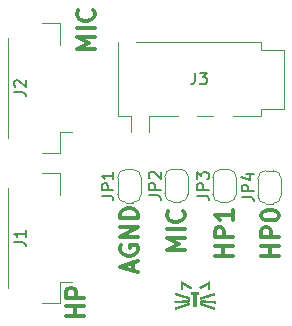
<source format=gbr>
G04 #@! TF.GenerationSoftware,KiCad,Pcbnew,(5.0.0)*
G04 #@! TF.CreationDate,2019-01-08T20:03:17-05:00*
G04 #@! TF.ProjectId,Headphone Breakout,4865616470686F6E6520427265616B6F,rev?*
G04 #@! TF.SameCoordinates,Original*
G04 #@! TF.FileFunction,Legend,Top*
G04 #@! TF.FilePolarity,Positive*
%FSLAX46Y46*%
G04 Gerber Fmt 4.6, Leading zero omitted, Abs format (unit mm)*
G04 Created by KiCad (PCBNEW (5.0.0)) date 01/08/19 20:03:17*
%MOMM*%
%LPD*%
G01*
G04 APERTURE LIST*
%ADD10C,0.300000*%
%ADD11C,0.120000*%
%ADD12C,0.010000*%
%ADD13C,0.150000*%
G04 APERTURE END LIST*
D10*
X125773571Y-104429571D02*
X124273571Y-104429571D01*
X124987857Y-104429571D02*
X124987857Y-103572428D01*
X125773571Y-103572428D02*
X124273571Y-103572428D01*
X125773571Y-102858142D02*
X124273571Y-102858142D01*
X124273571Y-102286714D01*
X124345000Y-102143857D01*
X124416428Y-102072428D01*
X124559285Y-102001000D01*
X124773571Y-102001000D01*
X124916428Y-102072428D01*
X124987857Y-102143857D01*
X125059285Y-102286714D01*
X125059285Y-102858142D01*
X126662571Y-81744142D02*
X125162571Y-81744142D01*
X126234000Y-81244142D01*
X125162571Y-80744142D01*
X126662571Y-80744142D01*
X126662571Y-80029857D02*
X125162571Y-80029857D01*
X126519714Y-78458428D02*
X126591142Y-78529857D01*
X126662571Y-78744142D01*
X126662571Y-78887000D01*
X126591142Y-79101285D01*
X126448285Y-79244142D01*
X126305428Y-79315571D01*
X126019714Y-79387000D01*
X125805428Y-79387000D01*
X125519714Y-79315571D01*
X125376857Y-79244142D01*
X125234000Y-79101285D01*
X125162571Y-78887000D01*
X125162571Y-78744142D01*
X125234000Y-78529857D01*
X125305428Y-78458428D01*
X142283571Y-99301857D02*
X140783571Y-99301857D01*
X141497857Y-99301857D02*
X141497857Y-98444714D01*
X142283571Y-98444714D02*
X140783571Y-98444714D01*
X142283571Y-97730428D02*
X140783571Y-97730428D01*
X140783571Y-97159000D01*
X140855000Y-97016142D01*
X140926428Y-96944714D01*
X141069285Y-96873285D01*
X141283571Y-96873285D01*
X141426428Y-96944714D01*
X141497857Y-97016142D01*
X141569285Y-97159000D01*
X141569285Y-97730428D01*
X140783571Y-95944714D02*
X140783571Y-95801857D01*
X140855000Y-95659000D01*
X140926428Y-95587571D01*
X141069285Y-95516142D01*
X141355000Y-95444714D01*
X141712142Y-95444714D01*
X141997857Y-95516142D01*
X142140714Y-95587571D01*
X142212142Y-95659000D01*
X142283571Y-95801857D01*
X142283571Y-95944714D01*
X142212142Y-96087571D01*
X142140714Y-96159000D01*
X141997857Y-96230428D01*
X141712142Y-96301857D01*
X141355000Y-96301857D01*
X141069285Y-96230428D01*
X140926428Y-96159000D01*
X140855000Y-96087571D01*
X140783571Y-95944714D01*
X138346571Y-99301857D02*
X136846571Y-99301857D01*
X137560857Y-99301857D02*
X137560857Y-98444714D01*
X138346571Y-98444714D02*
X136846571Y-98444714D01*
X138346571Y-97730428D02*
X136846571Y-97730428D01*
X136846571Y-97159000D01*
X136918000Y-97016142D01*
X136989428Y-96944714D01*
X137132285Y-96873285D01*
X137346571Y-96873285D01*
X137489428Y-96944714D01*
X137560857Y-97016142D01*
X137632285Y-97159000D01*
X137632285Y-97730428D01*
X138346571Y-95444714D02*
X138346571Y-96301857D01*
X138346571Y-95873285D02*
X136846571Y-95873285D01*
X137060857Y-96016142D01*
X137203714Y-96159000D01*
X137275142Y-96301857D01*
X134282571Y-98762142D02*
X132782571Y-98762142D01*
X133854000Y-98262142D01*
X132782571Y-97762142D01*
X134282571Y-97762142D01*
X134282571Y-97047857D02*
X132782571Y-97047857D01*
X134139714Y-95476428D02*
X134211142Y-95547857D01*
X134282571Y-95762142D01*
X134282571Y-95905000D01*
X134211142Y-96119285D01*
X134068285Y-96262142D01*
X133925428Y-96333571D01*
X133639714Y-96405000D01*
X133425428Y-96405000D01*
X133139714Y-96333571D01*
X132996857Y-96262142D01*
X132854000Y-96119285D01*
X132782571Y-95905000D01*
X132782571Y-95762142D01*
X132854000Y-95547857D01*
X132925428Y-95476428D01*
X129917000Y-100559857D02*
X129917000Y-99845571D01*
X130345571Y-100702714D02*
X128845571Y-100202714D01*
X130345571Y-99702714D01*
X128917000Y-98417000D02*
X128845571Y-98559857D01*
X128845571Y-98774142D01*
X128917000Y-98988428D01*
X129059857Y-99131285D01*
X129202714Y-99202714D01*
X129488428Y-99274142D01*
X129702714Y-99274142D01*
X129988428Y-99202714D01*
X130131285Y-99131285D01*
X130274142Y-98988428D01*
X130345571Y-98774142D01*
X130345571Y-98631285D01*
X130274142Y-98417000D01*
X130202714Y-98345571D01*
X129702714Y-98345571D01*
X129702714Y-98631285D01*
X130345571Y-97702714D02*
X128845571Y-97702714D01*
X130345571Y-96845571D01*
X128845571Y-96845571D01*
X130345571Y-96131285D02*
X128845571Y-96131285D01*
X128845571Y-95774142D01*
X128917000Y-95559857D01*
X129059857Y-95417000D01*
X129202714Y-95345571D01*
X129488428Y-95274142D01*
X129702714Y-95274142D01*
X129988428Y-95345571D01*
X130131285Y-95417000D01*
X130274142Y-95559857D01*
X130345571Y-95774142D01*
X130345571Y-96131285D01*
D11*
G04 #@! TO.C,J1*
X122180000Y-103275000D02*
X123780000Y-103275000D01*
X123780000Y-103275000D02*
X123780000Y-101475000D01*
X123780000Y-101475000D02*
X124720000Y-101475000D01*
X122180000Y-92305000D02*
X123780000Y-92305000D01*
X123780000Y-92305000D02*
X123780000Y-94105000D01*
X119310000Y-102005000D02*
X119310000Y-93575000D01*
G04 #@! TO.C,J2*
X122180000Y-90575000D02*
X123780000Y-90575000D01*
X123780000Y-90575000D02*
X123780000Y-88775000D01*
X123780000Y-88775000D02*
X124720000Y-88775000D01*
X122180000Y-79605000D02*
X123780000Y-79605000D01*
X123780000Y-79605000D02*
X123780000Y-81405000D01*
X119310000Y-89305000D02*
X119310000Y-80875000D01*
G04 #@! TO.C,J3*
X131316000Y-87428000D02*
X131316000Y-88828000D01*
X129766000Y-87428000D02*
X129766000Y-88828000D01*
X130216000Y-81228000D02*
X140741000Y-81228000D01*
X129766000Y-87428000D02*
X128641000Y-87428000D01*
X133716000Y-87428000D02*
X131316000Y-87428000D01*
X136716000Y-87428000D02*
X135366000Y-87428000D01*
X140741000Y-87428000D02*
X138366000Y-87428000D01*
X128641000Y-81228000D02*
X128641000Y-87428000D01*
X140741000Y-87428000D02*
X140741000Y-86828000D01*
X140741000Y-81828000D02*
X140741000Y-81228000D01*
X142741000Y-86828000D02*
X142741000Y-81828000D01*
X140741000Y-86828000D02*
X142741000Y-86828000D01*
X140741000Y-81828000D02*
X142741000Y-81828000D01*
G04 #@! TO.C,JP1*
X128616200Y-92685400D02*
G75*
G02X129316200Y-91985400I700000J0D01*
G01*
X129916200Y-91985400D02*
G75*
G02X130616200Y-92685400I0J-700000D01*
G01*
X130616200Y-94085400D02*
G75*
G02X129916200Y-94785400I-700000J0D01*
G01*
X129316200Y-94785400D02*
G75*
G02X128616200Y-94085400I0J700000D01*
G01*
X129916200Y-94785400D02*
X129316200Y-94785400D01*
X130616200Y-92685400D02*
X130616200Y-94085400D01*
X129316200Y-91985400D02*
X129916200Y-91985400D01*
X128616200Y-94085400D02*
X128616200Y-92685400D01*
G04 #@! TO.C,JP2*
X132604000Y-94030000D02*
X132604000Y-92630000D01*
X133304000Y-91930000D02*
X133904000Y-91930000D01*
X134604000Y-92630000D02*
X134604000Y-94030000D01*
X133904000Y-94730000D02*
X133304000Y-94730000D01*
X133304000Y-94730000D02*
G75*
G02X132604000Y-94030000I0J700000D01*
G01*
X134604000Y-94030000D02*
G75*
G02X133904000Y-94730000I-700000J0D01*
G01*
X133904000Y-91930000D02*
G75*
G02X134604000Y-92630000I0J-700000D01*
G01*
X132604000Y-92630000D02*
G75*
G02X133304000Y-91930000I700000J0D01*
G01*
G04 #@! TO.C,JP3*
X136668000Y-94060000D02*
X136668000Y-92660000D01*
X137368000Y-91960000D02*
X137968000Y-91960000D01*
X138668000Y-92660000D02*
X138668000Y-94060000D01*
X137968000Y-94760000D02*
X137368000Y-94760000D01*
X137368000Y-94760000D02*
G75*
G02X136668000Y-94060000I0J700000D01*
G01*
X138668000Y-94060000D02*
G75*
G02X137968000Y-94760000I-700000J0D01*
G01*
X137968000Y-91960000D02*
G75*
G02X138668000Y-92660000I0J-700000D01*
G01*
X136668000Y-92660000D02*
G75*
G02X137368000Y-91960000I700000J0D01*
G01*
G04 #@! TO.C,JP4*
X140478000Y-92772000D02*
G75*
G02X141178000Y-92072000I700000J0D01*
G01*
X141778000Y-92072000D02*
G75*
G02X142478000Y-92772000I0J-700000D01*
G01*
X142478000Y-94172000D02*
G75*
G02X141778000Y-94872000I-700000J0D01*
G01*
X141178000Y-94872000D02*
G75*
G02X140478000Y-94172000I0J700000D01*
G01*
X141778000Y-94872000D02*
X141178000Y-94872000D01*
X142478000Y-92772000D02*
X142478000Y-94172000D01*
X141178000Y-92072000D02*
X141778000Y-92072000D01*
X140478000Y-94172000D02*
X140478000Y-92772000D01*
D12*
G04 #@! TO.C,G\002A\002A\002A*
G36*
X135650986Y-103288782D02*
X135654710Y-103289922D01*
X135663449Y-103292691D01*
X135676904Y-103296993D01*
X135694775Y-103302731D01*
X135716765Y-103309807D01*
X135742572Y-103318125D01*
X135771899Y-103327588D01*
X135804447Y-103338099D01*
X135839916Y-103349560D01*
X135878008Y-103361876D01*
X135918423Y-103374949D01*
X135960862Y-103388682D01*
X136005027Y-103402978D01*
X136050618Y-103417740D01*
X136097337Y-103432872D01*
X136144884Y-103448276D01*
X136192960Y-103463856D01*
X136241266Y-103479514D01*
X136289504Y-103495154D01*
X136337374Y-103510678D01*
X136384577Y-103525990D01*
X136430814Y-103540993D01*
X136475787Y-103555590D01*
X136519195Y-103569683D01*
X136560741Y-103583177D01*
X136600124Y-103595974D01*
X136637047Y-103607976D01*
X136671210Y-103619088D01*
X136702313Y-103629213D01*
X136730059Y-103638252D01*
X136754147Y-103646110D01*
X136774280Y-103652689D01*
X136790157Y-103657893D01*
X136801480Y-103661624D01*
X136807950Y-103663786D01*
X136809437Y-103664318D01*
X136808995Y-103667237D01*
X136807064Y-103674533D01*
X136803954Y-103685231D01*
X136799973Y-103698357D01*
X136795432Y-103712939D01*
X136790640Y-103728001D01*
X136785906Y-103742571D01*
X136781540Y-103755674D01*
X136777852Y-103766336D01*
X136775151Y-103773584D01*
X136773808Y-103776396D01*
X136770985Y-103775719D01*
X136763038Y-103773378D01*
X136750214Y-103769451D01*
X136732757Y-103764016D01*
X136710914Y-103757153D01*
X136684930Y-103748940D01*
X136655051Y-103739454D01*
X136621522Y-103728774D01*
X136584588Y-103716980D01*
X136544496Y-103704148D01*
X136501490Y-103690359D01*
X136455817Y-103675689D01*
X136407722Y-103660218D01*
X136357450Y-103644023D01*
X136305247Y-103627184D01*
X136251358Y-103609779D01*
X136196029Y-103591886D01*
X136191978Y-103590575D01*
X136136545Y-103572629D01*
X136082536Y-103555133D01*
X136030196Y-103538166D01*
X135979772Y-103521809D01*
X135931508Y-103506141D01*
X135885650Y-103491242D01*
X135842445Y-103477193D01*
X135802137Y-103464074D01*
X135764972Y-103451964D01*
X135731197Y-103440944D01*
X135701056Y-103431094D01*
X135674795Y-103422494D01*
X135652660Y-103415223D01*
X135634896Y-103409363D01*
X135621750Y-103404992D01*
X135613466Y-103402191D01*
X135610291Y-103401040D01*
X135610266Y-103401023D01*
X135610576Y-103397904D01*
X135612439Y-103390248D01*
X135615622Y-103378875D01*
X135619895Y-103364604D01*
X135625024Y-103348253D01*
X135626663Y-103343164D01*
X135632758Y-103324459D01*
X135637447Y-103310481D01*
X135641023Y-103300576D01*
X135643779Y-103294088D01*
X135646008Y-103290363D01*
X135648003Y-103288746D01*
X135650056Y-103288581D01*
X135650986Y-103288782D01*
X135650986Y-103288782D01*
G37*
X135650986Y-103288782D02*
X135654710Y-103289922D01*
X135663449Y-103292691D01*
X135676904Y-103296993D01*
X135694775Y-103302731D01*
X135716765Y-103309807D01*
X135742572Y-103318125D01*
X135771899Y-103327588D01*
X135804447Y-103338099D01*
X135839916Y-103349560D01*
X135878008Y-103361876D01*
X135918423Y-103374949D01*
X135960862Y-103388682D01*
X136005027Y-103402978D01*
X136050618Y-103417740D01*
X136097337Y-103432872D01*
X136144884Y-103448276D01*
X136192960Y-103463856D01*
X136241266Y-103479514D01*
X136289504Y-103495154D01*
X136337374Y-103510678D01*
X136384577Y-103525990D01*
X136430814Y-103540993D01*
X136475787Y-103555590D01*
X136519195Y-103569683D01*
X136560741Y-103583177D01*
X136600124Y-103595974D01*
X136637047Y-103607976D01*
X136671210Y-103619088D01*
X136702313Y-103629213D01*
X136730059Y-103638252D01*
X136754147Y-103646110D01*
X136774280Y-103652689D01*
X136790157Y-103657893D01*
X136801480Y-103661624D01*
X136807950Y-103663786D01*
X136809437Y-103664318D01*
X136808995Y-103667237D01*
X136807064Y-103674533D01*
X136803954Y-103685231D01*
X136799973Y-103698357D01*
X136795432Y-103712939D01*
X136790640Y-103728001D01*
X136785906Y-103742571D01*
X136781540Y-103755674D01*
X136777852Y-103766336D01*
X136775151Y-103773584D01*
X136773808Y-103776396D01*
X136770985Y-103775719D01*
X136763038Y-103773378D01*
X136750214Y-103769451D01*
X136732757Y-103764016D01*
X136710914Y-103757153D01*
X136684930Y-103748940D01*
X136655051Y-103739454D01*
X136621522Y-103728774D01*
X136584588Y-103716980D01*
X136544496Y-103704148D01*
X136501490Y-103690359D01*
X136455817Y-103675689D01*
X136407722Y-103660218D01*
X136357450Y-103644023D01*
X136305247Y-103627184D01*
X136251358Y-103609779D01*
X136196029Y-103591886D01*
X136191978Y-103590575D01*
X136136545Y-103572629D01*
X136082536Y-103555133D01*
X136030196Y-103538166D01*
X135979772Y-103521809D01*
X135931508Y-103506141D01*
X135885650Y-103491242D01*
X135842445Y-103477193D01*
X135802137Y-103464074D01*
X135764972Y-103451964D01*
X135731197Y-103440944D01*
X135701056Y-103431094D01*
X135674795Y-103422494D01*
X135652660Y-103415223D01*
X135634896Y-103409363D01*
X135621750Y-103404992D01*
X135613466Y-103402191D01*
X135610291Y-103401040D01*
X135610266Y-103401023D01*
X135610576Y-103397904D01*
X135612439Y-103390248D01*
X135615622Y-103378875D01*
X135619895Y-103364604D01*
X135625024Y-103348253D01*
X135626663Y-103343164D01*
X135632758Y-103324459D01*
X135637447Y-103310481D01*
X135641023Y-103300576D01*
X135643779Y-103294088D01*
X135646008Y-103290363D01*
X135648003Y-103288746D01*
X135650056Y-103288581D01*
X135650986Y-103288782D01*
G36*
X134639329Y-103281753D02*
X134641933Y-103288710D01*
X134645611Y-103299139D01*
X134650047Y-103312087D01*
X134654927Y-103326601D01*
X134659935Y-103341729D01*
X134664757Y-103356515D01*
X134669078Y-103370009D01*
X134672581Y-103381255D01*
X134674953Y-103389301D01*
X134675878Y-103393194D01*
X134675850Y-103393404D01*
X134673126Y-103394314D01*
X134665277Y-103396881D01*
X134652549Y-103401025D01*
X134635186Y-103406667D01*
X134613434Y-103413726D01*
X134587538Y-103422124D01*
X134557745Y-103431781D01*
X134524299Y-103442617D01*
X134487446Y-103454554D01*
X134447432Y-103467511D01*
X134404502Y-103481409D01*
X134358901Y-103496168D01*
X134310876Y-103511709D01*
X134260670Y-103527953D01*
X134208531Y-103544819D01*
X134154703Y-103562229D01*
X134099432Y-103580103D01*
X134096859Y-103580935D01*
X134041482Y-103598843D01*
X133987511Y-103616298D01*
X133935194Y-103633220D01*
X133884778Y-103649530D01*
X133836510Y-103665147D01*
X133790637Y-103679990D01*
X133747407Y-103693981D01*
X133707067Y-103707039D01*
X133669863Y-103719084D01*
X133636044Y-103730036D01*
X133605856Y-103739815D01*
X133579547Y-103748341D01*
X133557363Y-103755533D01*
X133539553Y-103761313D01*
X133526363Y-103765599D01*
X133518040Y-103768312D01*
X133514832Y-103769372D01*
X133514815Y-103769378D01*
X133510916Y-103768241D01*
X133508365Y-103764077D01*
X133505920Y-103757187D01*
X133502455Y-103746817D01*
X133498276Y-103733945D01*
X133493688Y-103719549D01*
X133488996Y-103704609D01*
X133484504Y-103690104D01*
X133480519Y-103677010D01*
X133477345Y-103666308D01*
X133475288Y-103658977D01*
X133474652Y-103655993D01*
X133474661Y-103655977D01*
X133477383Y-103655039D01*
X133485178Y-103652461D01*
X133497747Y-103648341D01*
X133514792Y-103642774D01*
X133536014Y-103635858D01*
X133561116Y-103627689D01*
X133589798Y-103618363D01*
X133621763Y-103607978D01*
X133656711Y-103596630D01*
X133694345Y-103584416D01*
X133734367Y-103571431D01*
X133776478Y-103557774D01*
X133820379Y-103543540D01*
X133865772Y-103528825D01*
X133912360Y-103513728D01*
X133959843Y-103498343D01*
X134007923Y-103482769D01*
X134056302Y-103467101D01*
X134104682Y-103451436D01*
X134152764Y-103435871D01*
X134200250Y-103420502D01*
X134246841Y-103405426D01*
X134292239Y-103390740D01*
X134336146Y-103376539D01*
X134378264Y-103362922D01*
X134418293Y-103349984D01*
X134455937Y-103337821D01*
X134490895Y-103326532D01*
X134522871Y-103316211D01*
X134551565Y-103306957D01*
X134576680Y-103298865D01*
X134597916Y-103292032D01*
X134614977Y-103286554D01*
X134627562Y-103282529D01*
X134635374Y-103280053D01*
X134638113Y-103279222D01*
X134639329Y-103281753D01*
X134639329Y-103281753D01*
G37*
X134639329Y-103281753D02*
X134641933Y-103288710D01*
X134645611Y-103299139D01*
X134650047Y-103312087D01*
X134654927Y-103326601D01*
X134659935Y-103341729D01*
X134664757Y-103356515D01*
X134669078Y-103370009D01*
X134672581Y-103381255D01*
X134674953Y-103389301D01*
X134675878Y-103393194D01*
X134675850Y-103393404D01*
X134673126Y-103394314D01*
X134665277Y-103396881D01*
X134652549Y-103401025D01*
X134635186Y-103406667D01*
X134613434Y-103413726D01*
X134587538Y-103422124D01*
X134557745Y-103431781D01*
X134524299Y-103442617D01*
X134487446Y-103454554D01*
X134447432Y-103467511D01*
X134404502Y-103481409D01*
X134358901Y-103496168D01*
X134310876Y-103511709D01*
X134260670Y-103527953D01*
X134208531Y-103544819D01*
X134154703Y-103562229D01*
X134099432Y-103580103D01*
X134096859Y-103580935D01*
X134041482Y-103598843D01*
X133987511Y-103616298D01*
X133935194Y-103633220D01*
X133884778Y-103649530D01*
X133836510Y-103665147D01*
X133790637Y-103679990D01*
X133747407Y-103693981D01*
X133707067Y-103707039D01*
X133669863Y-103719084D01*
X133636044Y-103730036D01*
X133605856Y-103739815D01*
X133579547Y-103748341D01*
X133557363Y-103755533D01*
X133539553Y-103761313D01*
X133526363Y-103765599D01*
X133518040Y-103768312D01*
X133514832Y-103769372D01*
X133514815Y-103769378D01*
X133510916Y-103768241D01*
X133508365Y-103764077D01*
X133505920Y-103757187D01*
X133502455Y-103746817D01*
X133498276Y-103733945D01*
X133493688Y-103719549D01*
X133488996Y-103704609D01*
X133484504Y-103690104D01*
X133480519Y-103677010D01*
X133477345Y-103666308D01*
X133475288Y-103658977D01*
X133474652Y-103655993D01*
X133474661Y-103655977D01*
X133477383Y-103655039D01*
X133485178Y-103652461D01*
X133497747Y-103648341D01*
X133514792Y-103642774D01*
X133536014Y-103635858D01*
X133561116Y-103627689D01*
X133589798Y-103618363D01*
X133621763Y-103607978D01*
X133656711Y-103596630D01*
X133694345Y-103584416D01*
X133734367Y-103571431D01*
X133776478Y-103557774D01*
X133820379Y-103543540D01*
X133865772Y-103528825D01*
X133912360Y-103513728D01*
X133959843Y-103498343D01*
X134007923Y-103482769D01*
X134056302Y-103467101D01*
X134104682Y-103451436D01*
X134152764Y-103435871D01*
X134200250Y-103420502D01*
X134246841Y-103405426D01*
X134292239Y-103390740D01*
X134336146Y-103376539D01*
X134378264Y-103362922D01*
X134418293Y-103349984D01*
X134455937Y-103337821D01*
X134490895Y-103326532D01*
X134522871Y-103316211D01*
X134551565Y-103306957D01*
X134576680Y-103298865D01*
X134597916Y-103292032D01*
X134614977Y-103286554D01*
X134627562Y-103282529D01*
X134635374Y-103280053D01*
X134638113Y-103279222D01*
X134639329Y-103281753D01*
G36*
X135407400Y-102536978D02*
X135218311Y-102536978D01*
X135218311Y-103530400D01*
X135032045Y-103530400D01*
X135032045Y-102536978D01*
X134842956Y-102536978D01*
X134842956Y-102367645D01*
X135407400Y-102367645D01*
X135407400Y-102536978D01*
X135407400Y-102536978D01*
G37*
X135407400Y-102536978D02*
X135218311Y-102536978D01*
X135218311Y-103530400D01*
X135032045Y-103530400D01*
X135032045Y-102536978D01*
X134842956Y-102536978D01*
X134842956Y-102367645D01*
X135407400Y-102367645D01*
X135407400Y-102536978D01*
G36*
X135646109Y-103048253D02*
X135654277Y-103048715D01*
X135667447Y-103049522D01*
X135685305Y-103050654D01*
X135707537Y-103052088D01*
X135733828Y-103053805D01*
X135763864Y-103055781D01*
X135797331Y-103057997D01*
X135833914Y-103060430D01*
X135873299Y-103063059D01*
X135915172Y-103065863D01*
X135959218Y-103068820D01*
X136005123Y-103071909D01*
X136052572Y-103075109D01*
X136101252Y-103078399D01*
X136150848Y-103081756D01*
X136201045Y-103085160D01*
X136251529Y-103088589D01*
X136301986Y-103092022D01*
X136352102Y-103095438D01*
X136401562Y-103098814D01*
X136450052Y-103102131D01*
X136497257Y-103105365D01*
X136542863Y-103108497D01*
X136586556Y-103111505D01*
X136628022Y-103114366D01*
X136666945Y-103117061D01*
X136703012Y-103119567D01*
X136735909Y-103121864D01*
X136765321Y-103123929D01*
X136790933Y-103125742D01*
X136812432Y-103127280D01*
X136829503Y-103128524D01*
X136841832Y-103129451D01*
X136849104Y-103130040D01*
X136851073Y-103130256D01*
X136851117Y-103133185D01*
X136850777Y-103140849D01*
X136850105Y-103152356D01*
X136849154Y-103166813D01*
X136847980Y-103183267D01*
X136846744Y-103200257D01*
X136845660Y-103215642D01*
X136844798Y-103228402D01*
X136844227Y-103237512D01*
X136844017Y-103241828D01*
X136843569Y-103245190D01*
X136841530Y-103247058D01*
X136836648Y-103247823D01*
X136827669Y-103247879D01*
X136824861Y-103247832D01*
X136820207Y-103247605D01*
X136810194Y-103247005D01*
X136795097Y-103246051D01*
X136775189Y-103244760D01*
X136750742Y-103243152D01*
X136722031Y-103241245D01*
X136689327Y-103239057D01*
X136652905Y-103236606D01*
X136613038Y-103233912D01*
X136569998Y-103230992D01*
X136524059Y-103227865D01*
X136475493Y-103224550D01*
X136424575Y-103221065D01*
X136371578Y-103217428D01*
X136316773Y-103213658D01*
X136260436Y-103209773D01*
X136221611Y-103207091D01*
X136164664Y-103203153D01*
X136109217Y-103199318D01*
X136055534Y-103195604D01*
X136003875Y-103192030D01*
X135954505Y-103188613D01*
X135907686Y-103185372D01*
X135863679Y-103182325D01*
X135822749Y-103179490D01*
X135785157Y-103176885D01*
X135751165Y-103174529D01*
X135721038Y-103172440D01*
X135695036Y-103170636D01*
X135673423Y-103169134D01*
X135656460Y-103167954D01*
X135644412Y-103167114D01*
X135637540Y-103166631D01*
X135635942Y-103166515D01*
X135635728Y-103163817D01*
X135635874Y-103156494D01*
X135636320Y-103145553D01*
X135637002Y-103131996D01*
X135637860Y-103116829D01*
X135638830Y-103101057D01*
X135639851Y-103085683D01*
X135640860Y-103071712D01*
X135641796Y-103060150D01*
X135642596Y-103051999D01*
X135643198Y-103048266D01*
X135643258Y-103048159D01*
X135646109Y-103048253D01*
X135646109Y-103048253D01*
G37*
X135646109Y-103048253D02*
X135654277Y-103048715D01*
X135667447Y-103049522D01*
X135685305Y-103050654D01*
X135707537Y-103052088D01*
X135733828Y-103053805D01*
X135763864Y-103055781D01*
X135797331Y-103057997D01*
X135833914Y-103060430D01*
X135873299Y-103063059D01*
X135915172Y-103065863D01*
X135959218Y-103068820D01*
X136005123Y-103071909D01*
X136052572Y-103075109D01*
X136101252Y-103078399D01*
X136150848Y-103081756D01*
X136201045Y-103085160D01*
X136251529Y-103088589D01*
X136301986Y-103092022D01*
X136352102Y-103095438D01*
X136401562Y-103098814D01*
X136450052Y-103102131D01*
X136497257Y-103105365D01*
X136542863Y-103108497D01*
X136586556Y-103111505D01*
X136628022Y-103114366D01*
X136666945Y-103117061D01*
X136703012Y-103119567D01*
X136735909Y-103121864D01*
X136765321Y-103123929D01*
X136790933Y-103125742D01*
X136812432Y-103127280D01*
X136829503Y-103128524D01*
X136841832Y-103129451D01*
X136849104Y-103130040D01*
X136851073Y-103130256D01*
X136851117Y-103133185D01*
X136850777Y-103140849D01*
X136850105Y-103152356D01*
X136849154Y-103166813D01*
X136847980Y-103183267D01*
X136846744Y-103200257D01*
X136845660Y-103215642D01*
X136844798Y-103228402D01*
X136844227Y-103237512D01*
X136844017Y-103241828D01*
X136843569Y-103245190D01*
X136841530Y-103247058D01*
X136836648Y-103247823D01*
X136827669Y-103247879D01*
X136824861Y-103247832D01*
X136820207Y-103247605D01*
X136810194Y-103247005D01*
X136795097Y-103246051D01*
X136775189Y-103244760D01*
X136750742Y-103243152D01*
X136722031Y-103241245D01*
X136689327Y-103239057D01*
X136652905Y-103236606D01*
X136613038Y-103233912D01*
X136569998Y-103230992D01*
X136524059Y-103227865D01*
X136475493Y-103224550D01*
X136424575Y-103221065D01*
X136371578Y-103217428D01*
X136316773Y-103213658D01*
X136260436Y-103209773D01*
X136221611Y-103207091D01*
X136164664Y-103203153D01*
X136109217Y-103199318D01*
X136055534Y-103195604D01*
X136003875Y-103192030D01*
X135954505Y-103188613D01*
X135907686Y-103185372D01*
X135863679Y-103182325D01*
X135822749Y-103179490D01*
X135785157Y-103176885D01*
X135751165Y-103174529D01*
X135721038Y-103172440D01*
X135695036Y-103170636D01*
X135673423Y-103169134D01*
X135656460Y-103167954D01*
X135644412Y-103167114D01*
X135637540Y-103166631D01*
X135635942Y-103166515D01*
X135635728Y-103163817D01*
X135635874Y-103156494D01*
X135636320Y-103145553D01*
X135637002Y-103131996D01*
X135637860Y-103116829D01*
X135638830Y-103101057D01*
X135639851Y-103085683D01*
X135640860Y-103071712D01*
X135641796Y-103060150D01*
X135642596Y-103051999D01*
X135643198Y-103048266D01*
X135643258Y-103048159D01*
X135646109Y-103048253D01*
G36*
X134641682Y-103042814D02*
X134642442Y-103050427D01*
X134643386Y-103061626D01*
X134644445Y-103075389D01*
X134645549Y-103090693D01*
X134646627Y-103106515D01*
X134647611Y-103121831D01*
X134648430Y-103135619D01*
X134649015Y-103146855D01*
X134649296Y-103154517D01*
X134649203Y-103157581D01*
X134649202Y-103157583D01*
X134646352Y-103157881D01*
X134638186Y-103158537D01*
X134625020Y-103159531D01*
X134607171Y-103160840D01*
X134584955Y-103162443D01*
X134558686Y-103164318D01*
X134528682Y-103166444D01*
X134495258Y-103168798D01*
X134458730Y-103171359D01*
X134419414Y-103174106D01*
X134377626Y-103177016D01*
X134333683Y-103180068D01*
X134287899Y-103183241D01*
X134240591Y-103186512D01*
X134192076Y-103189860D01*
X134142668Y-103193264D01*
X134092684Y-103196701D01*
X134042441Y-103200150D01*
X133992253Y-103203589D01*
X133942437Y-103206997D01*
X133893308Y-103210351D01*
X133845184Y-103213631D01*
X133798379Y-103216814D01*
X133753210Y-103219879D01*
X133709993Y-103222804D01*
X133669043Y-103225568D01*
X133630677Y-103228148D01*
X133595211Y-103230524D01*
X133562960Y-103232672D01*
X133534241Y-103234573D01*
X133509369Y-103236203D01*
X133488661Y-103237542D01*
X133472432Y-103238568D01*
X133460999Y-103239258D01*
X133454677Y-103239592D01*
X133453717Y-103239621D01*
X133445632Y-103239479D01*
X133441678Y-103238234D01*
X133440342Y-103234873D01*
X133440151Y-103230539D01*
X133439892Y-103224739D01*
X133439274Y-103214447D01*
X133438373Y-103200799D01*
X133437262Y-103184930D01*
X133436316Y-103171978D01*
X133435154Y-103155952D01*
X133434203Y-103142018D01*
X133433520Y-103131093D01*
X133433162Y-103124092D01*
X133433160Y-103121907D01*
X133435997Y-103121625D01*
X133444152Y-103120986D01*
X133457310Y-103120013D01*
X133475157Y-103118726D01*
X133497379Y-103117147D01*
X133523660Y-103115297D01*
X133553688Y-103113197D01*
X133587147Y-103110870D01*
X133623724Y-103108336D01*
X133663103Y-103105616D01*
X133704971Y-103102733D01*
X133749014Y-103099707D01*
X133794916Y-103096559D01*
X133842364Y-103093312D01*
X133891044Y-103089986D01*
X133940640Y-103086604D01*
X133990839Y-103083185D01*
X134041327Y-103079752D01*
X134091789Y-103076325D01*
X134141911Y-103072927D01*
X134191378Y-103069579D01*
X134239876Y-103066301D01*
X134287092Y-103063116D01*
X134332709Y-103060045D01*
X134376415Y-103057108D01*
X134417895Y-103054328D01*
X134456835Y-103051726D01*
X134492920Y-103049323D01*
X134525835Y-103047141D01*
X134555268Y-103045200D01*
X134580903Y-103043523D01*
X134602426Y-103042130D01*
X134619522Y-103041043D01*
X134631878Y-103040284D01*
X134639179Y-103039873D01*
X134641175Y-103039812D01*
X134641682Y-103042814D01*
X134641682Y-103042814D01*
G37*
X134641682Y-103042814D02*
X134642442Y-103050427D01*
X134643386Y-103061626D01*
X134644445Y-103075389D01*
X134645549Y-103090693D01*
X134646627Y-103106515D01*
X134647611Y-103121831D01*
X134648430Y-103135619D01*
X134649015Y-103146855D01*
X134649296Y-103154517D01*
X134649203Y-103157581D01*
X134649202Y-103157583D01*
X134646352Y-103157881D01*
X134638186Y-103158537D01*
X134625020Y-103159531D01*
X134607171Y-103160840D01*
X134584955Y-103162443D01*
X134558686Y-103164318D01*
X134528682Y-103166444D01*
X134495258Y-103168798D01*
X134458730Y-103171359D01*
X134419414Y-103174106D01*
X134377626Y-103177016D01*
X134333683Y-103180068D01*
X134287899Y-103183241D01*
X134240591Y-103186512D01*
X134192076Y-103189860D01*
X134142668Y-103193264D01*
X134092684Y-103196701D01*
X134042441Y-103200150D01*
X133992253Y-103203589D01*
X133942437Y-103206997D01*
X133893308Y-103210351D01*
X133845184Y-103213631D01*
X133798379Y-103216814D01*
X133753210Y-103219879D01*
X133709993Y-103222804D01*
X133669043Y-103225568D01*
X133630677Y-103228148D01*
X133595211Y-103230524D01*
X133562960Y-103232672D01*
X133534241Y-103234573D01*
X133509369Y-103236203D01*
X133488661Y-103237542D01*
X133472432Y-103238568D01*
X133460999Y-103239258D01*
X133454677Y-103239592D01*
X133453717Y-103239621D01*
X133445632Y-103239479D01*
X133441678Y-103238234D01*
X133440342Y-103234873D01*
X133440151Y-103230539D01*
X133439892Y-103224739D01*
X133439274Y-103214447D01*
X133438373Y-103200799D01*
X133437262Y-103184930D01*
X133436316Y-103171978D01*
X133435154Y-103155952D01*
X133434203Y-103142018D01*
X133433520Y-103131093D01*
X133433162Y-103124092D01*
X133433160Y-103121907D01*
X133435997Y-103121625D01*
X133444152Y-103120986D01*
X133457310Y-103120013D01*
X133475157Y-103118726D01*
X133497379Y-103117147D01*
X133523660Y-103115297D01*
X133553688Y-103113197D01*
X133587147Y-103110870D01*
X133623724Y-103108336D01*
X133663103Y-103105616D01*
X133704971Y-103102733D01*
X133749014Y-103099707D01*
X133794916Y-103096559D01*
X133842364Y-103093312D01*
X133891044Y-103089986D01*
X133940640Y-103086604D01*
X133990839Y-103083185D01*
X134041327Y-103079752D01*
X134091789Y-103076325D01*
X134141911Y-103072927D01*
X134191378Y-103069579D01*
X134239876Y-103066301D01*
X134287092Y-103063116D01*
X134332709Y-103060045D01*
X134376415Y-103057108D01*
X134417895Y-103054328D01*
X134456835Y-103051726D01*
X134492920Y-103049323D01*
X134525835Y-103047141D01*
X134555268Y-103045200D01*
X134580903Y-103043523D01*
X134602426Y-103042130D01*
X134619522Y-103041043D01*
X134631878Y-103040284D01*
X134639179Y-103039873D01*
X134641175Y-103039812D01*
X134641682Y-103042814D01*
G36*
X136778105Y-102442008D02*
X136779734Y-102445392D01*
X136782597Y-102453071D01*
X136786386Y-102464069D01*
X136790795Y-102477409D01*
X136795519Y-102492117D01*
X136800250Y-102507215D01*
X136804683Y-102521729D01*
X136808511Y-102534681D01*
X136811428Y-102545097D01*
X136813128Y-102551999D01*
X136813372Y-102554394D01*
X136810616Y-102555366D01*
X136802788Y-102557978D01*
X136790185Y-102562135D01*
X136773105Y-102567739D01*
X136751846Y-102574694D01*
X136726706Y-102582904D01*
X136697983Y-102592271D01*
X136665975Y-102602700D01*
X136630979Y-102614093D01*
X136593294Y-102626354D01*
X136553217Y-102639386D01*
X136511046Y-102653093D01*
X136467079Y-102667378D01*
X136421614Y-102682144D01*
X136374949Y-102697296D01*
X136327382Y-102712735D01*
X136279209Y-102728366D01*
X136230731Y-102744092D01*
X136182243Y-102759817D01*
X136134045Y-102775443D01*
X136086433Y-102790874D01*
X136039706Y-102806014D01*
X135994162Y-102820766D01*
X135950099Y-102835033D01*
X135907814Y-102848719D01*
X135867605Y-102861726D01*
X135829770Y-102873959D01*
X135794608Y-102885321D01*
X135762415Y-102895715D01*
X135733490Y-102905045D01*
X135708130Y-102913214D01*
X135686634Y-102920125D01*
X135669300Y-102925681D01*
X135656424Y-102929787D01*
X135648306Y-102932345D01*
X135645878Y-102933087D01*
X135643858Y-102933232D01*
X135641903Y-102931977D01*
X135639731Y-102928674D01*
X135637062Y-102922677D01*
X135633613Y-102913340D01*
X135629103Y-102900017D01*
X135623250Y-102882061D01*
X135622079Y-102878430D01*
X135616740Y-102861597D01*
X135612162Y-102846632D01*
X135608579Y-102834345D01*
X135606223Y-102825546D01*
X135605331Y-102821046D01*
X135605388Y-102820650D01*
X135608246Y-102819577D01*
X135616171Y-102816878D01*
X135628864Y-102812647D01*
X135646028Y-102806981D01*
X135667367Y-102799976D01*
X135692582Y-102791728D01*
X135721378Y-102782332D01*
X135753456Y-102771885D01*
X135788520Y-102760482D01*
X135826272Y-102748220D01*
X135866416Y-102735194D01*
X135908654Y-102721501D01*
X135952689Y-102707236D01*
X135998224Y-102692495D01*
X136044962Y-102677374D01*
X136092605Y-102661970D01*
X136140857Y-102646377D01*
X136189420Y-102630692D01*
X136237997Y-102615012D01*
X136286292Y-102599431D01*
X136334006Y-102584046D01*
X136380843Y-102568953D01*
X136426506Y-102554247D01*
X136470697Y-102540025D01*
X136513120Y-102526383D01*
X136553477Y-102513416D01*
X136591471Y-102501220D01*
X136626805Y-102489892D01*
X136659181Y-102479528D01*
X136688303Y-102470222D01*
X136713874Y-102462072D01*
X136735596Y-102455173D01*
X136753172Y-102449621D01*
X136766306Y-102445512D01*
X136774699Y-102442942D01*
X136778055Y-102442007D01*
X136778105Y-102442008D01*
X136778105Y-102442008D01*
G37*
X136778105Y-102442008D02*
X136779734Y-102445392D01*
X136782597Y-102453071D01*
X136786386Y-102464069D01*
X136790795Y-102477409D01*
X136795519Y-102492117D01*
X136800250Y-102507215D01*
X136804683Y-102521729D01*
X136808511Y-102534681D01*
X136811428Y-102545097D01*
X136813128Y-102551999D01*
X136813372Y-102554394D01*
X136810616Y-102555366D01*
X136802788Y-102557978D01*
X136790185Y-102562135D01*
X136773105Y-102567739D01*
X136751846Y-102574694D01*
X136726706Y-102582904D01*
X136697983Y-102592271D01*
X136665975Y-102602700D01*
X136630979Y-102614093D01*
X136593294Y-102626354D01*
X136553217Y-102639386D01*
X136511046Y-102653093D01*
X136467079Y-102667378D01*
X136421614Y-102682144D01*
X136374949Y-102697296D01*
X136327382Y-102712735D01*
X136279209Y-102728366D01*
X136230731Y-102744092D01*
X136182243Y-102759817D01*
X136134045Y-102775443D01*
X136086433Y-102790874D01*
X136039706Y-102806014D01*
X135994162Y-102820766D01*
X135950099Y-102835033D01*
X135907814Y-102848719D01*
X135867605Y-102861726D01*
X135829770Y-102873959D01*
X135794608Y-102885321D01*
X135762415Y-102895715D01*
X135733490Y-102905045D01*
X135708130Y-102913214D01*
X135686634Y-102920125D01*
X135669300Y-102925681D01*
X135656424Y-102929787D01*
X135648306Y-102932345D01*
X135645878Y-102933087D01*
X135643858Y-102933232D01*
X135641903Y-102931977D01*
X135639731Y-102928674D01*
X135637062Y-102922677D01*
X135633613Y-102913340D01*
X135629103Y-102900017D01*
X135623250Y-102882061D01*
X135622079Y-102878430D01*
X135616740Y-102861597D01*
X135612162Y-102846632D01*
X135608579Y-102834345D01*
X135606223Y-102825546D01*
X135605331Y-102821046D01*
X135605388Y-102820650D01*
X135608246Y-102819577D01*
X135616171Y-102816878D01*
X135628864Y-102812647D01*
X135646028Y-102806981D01*
X135667367Y-102799976D01*
X135692582Y-102791728D01*
X135721378Y-102782332D01*
X135753456Y-102771885D01*
X135788520Y-102760482D01*
X135826272Y-102748220D01*
X135866416Y-102735194D01*
X135908654Y-102721501D01*
X135952689Y-102707236D01*
X135998224Y-102692495D01*
X136044962Y-102677374D01*
X136092605Y-102661970D01*
X136140857Y-102646377D01*
X136189420Y-102630692D01*
X136237997Y-102615012D01*
X136286292Y-102599431D01*
X136334006Y-102584046D01*
X136380843Y-102568953D01*
X136426506Y-102554247D01*
X136470697Y-102540025D01*
X136513120Y-102526383D01*
X136553477Y-102513416D01*
X136591471Y-102501220D01*
X136626805Y-102489892D01*
X136659181Y-102479528D01*
X136688303Y-102470222D01*
X136713874Y-102462072D01*
X136735596Y-102455173D01*
X136753172Y-102449621D01*
X136766306Y-102445512D01*
X136774699Y-102442942D01*
X136778055Y-102442007D01*
X136778105Y-102442008D01*
G36*
X133509763Y-102433411D02*
X133517699Y-102435911D01*
X133530404Y-102439961D01*
X133547582Y-102445464D01*
X133568934Y-102452323D01*
X133594163Y-102460443D01*
X133622972Y-102469726D01*
X133655063Y-102480077D01*
X133690140Y-102491400D01*
X133727904Y-102503597D01*
X133768058Y-102516573D01*
X133810304Y-102530231D01*
X133854346Y-102544475D01*
X133899887Y-102559208D01*
X133946627Y-102574335D01*
X133994271Y-102589758D01*
X134042521Y-102605382D01*
X134091079Y-102621110D01*
X134139648Y-102636846D01*
X134187931Y-102652494D01*
X134235630Y-102667956D01*
X134282448Y-102683138D01*
X134328087Y-102697941D01*
X134372251Y-102712271D01*
X134414641Y-102726031D01*
X134454960Y-102739124D01*
X134492911Y-102751454D01*
X134528197Y-102762925D01*
X134560519Y-102773441D01*
X134589581Y-102782904D01*
X134615086Y-102791219D01*
X134636735Y-102798290D01*
X134654232Y-102804020D01*
X134667279Y-102808312D01*
X134675579Y-102811071D01*
X134678834Y-102812199D01*
X134678870Y-102812219D01*
X134678489Y-102815183D01*
X134676619Y-102822509D01*
X134673564Y-102833234D01*
X134669627Y-102846401D01*
X134665113Y-102861047D01*
X134660325Y-102876214D01*
X134655566Y-102890940D01*
X134651142Y-102904267D01*
X134647354Y-102915233D01*
X134644508Y-102922879D01*
X134642906Y-102926244D01*
X134642775Y-102926321D01*
X134639976Y-102925453D01*
X134632051Y-102922926D01*
X134619245Y-102918818D01*
X134601801Y-102913208D01*
X134579965Y-102906176D01*
X134553980Y-102897800D01*
X134524090Y-102888159D01*
X134490541Y-102877332D01*
X134453576Y-102865398D01*
X134413440Y-102852435D01*
X134370376Y-102838523D01*
X134324630Y-102823740D01*
X134276445Y-102808166D01*
X134226067Y-102791879D01*
X134173738Y-102774957D01*
X134119704Y-102757481D01*
X134064209Y-102739528D01*
X134055556Y-102736729D01*
X133999871Y-102718712D01*
X133945618Y-102701157D01*
X133893041Y-102684144D01*
X133842383Y-102667750D01*
X133793889Y-102652055D01*
X133747802Y-102637139D01*
X133704366Y-102623079D01*
X133663824Y-102609954D01*
X133626421Y-102597845D01*
X133592400Y-102586829D01*
X133562005Y-102576985D01*
X133535480Y-102568393D01*
X133513068Y-102561131D01*
X133495013Y-102555278D01*
X133481559Y-102550913D01*
X133472950Y-102548116D01*
X133469429Y-102546964D01*
X133469354Y-102546938D01*
X133469896Y-102544252D01*
X133471945Y-102537174D01*
X133475189Y-102526655D01*
X133479317Y-102513646D01*
X133484016Y-102499098D01*
X133488975Y-102483962D01*
X133493880Y-102469189D01*
X133498421Y-102455730D01*
X133502285Y-102444536D01*
X133505159Y-102436558D01*
X133506732Y-102432747D01*
X133506893Y-102432556D01*
X133509763Y-102433411D01*
X133509763Y-102433411D01*
G37*
X133509763Y-102433411D02*
X133517699Y-102435911D01*
X133530404Y-102439961D01*
X133547582Y-102445464D01*
X133568934Y-102452323D01*
X133594163Y-102460443D01*
X133622972Y-102469726D01*
X133655063Y-102480077D01*
X133690140Y-102491400D01*
X133727904Y-102503597D01*
X133768058Y-102516573D01*
X133810304Y-102530231D01*
X133854346Y-102544475D01*
X133899887Y-102559208D01*
X133946627Y-102574335D01*
X133994271Y-102589758D01*
X134042521Y-102605382D01*
X134091079Y-102621110D01*
X134139648Y-102636846D01*
X134187931Y-102652494D01*
X134235630Y-102667956D01*
X134282448Y-102683138D01*
X134328087Y-102697941D01*
X134372251Y-102712271D01*
X134414641Y-102726031D01*
X134454960Y-102739124D01*
X134492911Y-102751454D01*
X134528197Y-102762925D01*
X134560519Y-102773441D01*
X134589581Y-102782904D01*
X134615086Y-102791219D01*
X134636735Y-102798290D01*
X134654232Y-102804020D01*
X134667279Y-102808312D01*
X134675579Y-102811071D01*
X134678834Y-102812199D01*
X134678870Y-102812219D01*
X134678489Y-102815183D01*
X134676619Y-102822509D01*
X134673564Y-102833234D01*
X134669627Y-102846401D01*
X134665113Y-102861047D01*
X134660325Y-102876214D01*
X134655566Y-102890940D01*
X134651142Y-102904267D01*
X134647354Y-102915233D01*
X134644508Y-102922879D01*
X134642906Y-102926244D01*
X134642775Y-102926321D01*
X134639976Y-102925453D01*
X134632051Y-102922926D01*
X134619245Y-102918818D01*
X134601801Y-102913208D01*
X134579965Y-102906176D01*
X134553980Y-102897800D01*
X134524090Y-102888159D01*
X134490541Y-102877332D01*
X134453576Y-102865398D01*
X134413440Y-102852435D01*
X134370376Y-102838523D01*
X134324630Y-102823740D01*
X134276445Y-102808166D01*
X134226067Y-102791879D01*
X134173738Y-102774957D01*
X134119704Y-102757481D01*
X134064209Y-102739528D01*
X134055556Y-102736729D01*
X133999871Y-102718712D01*
X133945618Y-102701157D01*
X133893041Y-102684144D01*
X133842383Y-102667750D01*
X133793889Y-102652055D01*
X133747802Y-102637139D01*
X133704366Y-102623079D01*
X133663824Y-102609954D01*
X133626421Y-102597845D01*
X133592400Y-102586829D01*
X133562005Y-102576985D01*
X133535480Y-102568393D01*
X133513068Y-102561131D01*
X133495013Y-102555278D01*
X133481559Y-102550913D01*
X133472950Y-102548116D01*
X133469429Y-102546964D01*
X133469354Y-102546938D01*
X133469896Y-102544252D01*
X133471945Y-102537174D01*
X133475189Y-102526655D01*
X133479317Y-102513646D01*
X133484016Y-102499098D01*
X133488975Y-102483962D01*
X133493880Y-102469189D01*
X133498421Y-102455730D01*
X133502285Y-102444536D01*
X133505159Y-102436558D01*
X133506732Y-102432747D01*
X133506893Y-102432556D01*
X133509763Y-102433411D01*
G36*
X133966208Y-101457914D02*
X133973427Y-101461598D01*
X133984899Y-101467656D01*
X134000282Y-101475905D01*
X134019236Y-101486158D01*
X134041423Y-101498231D01*
X134066501Y-101511938D01*
X134094130Y-101527094D01*
X134123972Y-101543515D01*
X134155685Y-101561014D01*
X134188929Y-101579407D01*
X134201527Y-101586388D01*
X134241028Y-101608287D01*
X134283237Y-101631678D01*
X134327331Y-101656106D01*
X134372488Y-101681116D01*
X134417887Y-101706254D01*
X134462706Y-101731064D01*
X134506124Y-101755092D01*
X134547318Y-101777882D01*
X134585468Y-101798981D01*
X134619750Y-101817932D01*
X134629176Y-101823141D01*
X134665439Y-101843200D01*
X134697031Y-101860731D01*
X134724239Y-101875900D01*
X134747349Y-101888875D01*
X134766650Y-101899823D01*
X134782429Y-101908911D01*
X134794973Y-101916307D01*
X134804568Y-101922178D01*
X134811504Y-101926692D01*
X134816066Y-101930016D01*
X134818542Y-101932317D01*
X134819219Y-101933762D01*
X134819205Y-101933841D01*
X134817522Y-101937810D01*
X134813537Y-101945853D01*
X134807697Y-101957112D01*
X134800445Y-101970731D01*
X134792229Y-101985852D01*
X134791685Y-101986842D01*
X134781352Y-102005306D01*
X134773272Y-102018943D01*
X134767271Y-102028022D01*
X134763172Y-102032812D01*
X134761111Y-102033729D01*
X134758175Y-102032255D01*
X134750593Y-102028200D01*
X134738654Y-102021722D01*
X134722646Y-102012979D01*
X134702859Y-102002132D01*
X134679580Y-101989339D01*
X134653099Y-101974759D01*
X134623704Y-101958551D01*
X134591684Y-101940874D01*
X134557327Y-101921887D01*
X134520922Y-101901749D01*
X134482758Y-101880618D01*
X134443123Y-101858655D01*
X134422717Y-101847341D01*
X134382516Y-101825059D01*
X134343678Y-101803561D01*
X134306489Y-101783004D01*
X134271234Y-101763543D01*
X134238198Y-101745335D01*
X134207667Y-101728537D01*
X134179925Y-101713305D01*
X134155258Y-101699796D01*
X134133951Y-101688166D01*
X134116289Y-101678571D01*
X134102557Y-101671168D01*
X134093040Y-101666114D01*
X134088024Y-101663566D01*
X134087289Y-101663282D01*
X134087122Y-101666241D01*
X134087070Y-101674303D01*
X134087125Y-101686925D01*
X134087277Y-101703567D01*
X134087516Y-101723687D01*
X134087833Y-101746745D01*
X134088220Y-101772198D01*
X134088665Y-101799506D01*
X134089160Y-101828128D01*
X134089696Y-101857522D01*
X134090262Y-101887147D01*
X134090850Y-101916462D01*
X134091451Y-101944926D01*
X134092054Y-101971998D01*
X134092650Y-101997136D01*
X134093230Y-102019800D01*
X134093784Y-102039447D01*
X134093917Y-102043795D01*
X134095647Y-102099534D01*
X133973711Y-102099534D01*
X133973721Y-102070606D01*
X133973666Y-102063769D01*
X133973503Y-102051711D01*
X133973240Y-102034854D01*
X133972885Y-102013621D01*
X133972445Y-101988434D01*
X133971928Y-101959715D01*
X133971342Y-101927886D01*
X133970694Y-101893370D01*
X133969992Y-101856589D01*
X133969244Y-101817965D01*
X133968457Y-101777920D01*
X133967902Y-101749988D01*
X133967115Y-101709899D01*
X133966389Y-101671411D01*
X133965727Y-101634898D01*
X133965137Y-101600733D01*
X133964623Y-101569291D01*
X133964190Y-101540946D01*
X133963845Y-101516071D01*
X133963593Y-101495042D01*
X133963439Y-101478232D01*
X133963389Y-101466014D01*
X133963449Y-101458764D01*
X133963580Y-101456791D01*
X133966208Y-101457914D01*
X133966208Y-101457914D01*
G37*
X133966208Y-101457914D02*
X133973427Y-101461598D01*
X133984899Y-101467656D01*
X134000282Y-101475905D01*
X134019236Y-101486158D01*
X134041423Y-101498231D01*
X134066501Y-101511938D01*
X134094130Y-101527094D01*
X134123972Y-101543515D01*
X134155685Y-101561014D01*
X134188929Y-101579407D01*
X134201527Y-101586388D01*
X134241028Y-101608287D01*
X134283237Y-101631678D01*
X134327331Y-101656106D01*
X134372488Y-101681116D01*
X134417887Y-101706254D01*
X134462706Y-101731064D01*
X134506124Y-101755092D01*
X134547318Y-101777882D01*
X134585468Y-101798981D01*
X134619750Y-101817932D01*
X134629176Y-101823141D01*
X134665439Y-101843200D01*
X134697031Y-101860731D01*
X134724239Y-101875900D01*
X134747349Y-101888875D01*
X134766650Y-101899823D01*
X134782429Y-101908911D01*
X134794973Y-101916307D01*
X134804568Y-101922178D01*
X134811504Y-101926692D01*
X134816066Y-101930016D01*
X134818542Y-101932317D01*
X134819219Y-101933762D01*
X134819205Y-101933841D01*
X134817522Y-101937810D01*
X134813537Y-101945853D01*
X134807697Y-101957112D01*
X134800445Y-101970731D01*
X134792229Y-101985852D01*
X134791685Y-101986842D01*
X134781352Y-102005306D01*
X134773272Y-102018943D01*
X134767271Y-102028022D01*
X134763172Y-102032812D01*
X134761111Y-102033729D01*
X134758175Y-102032255D01*
X134750593Y-102028200D01*
X134738654Y-102021722D01*
X134722646Y-102012979D01*
X134702859Y-102002132D01*
X134679580Y-101989339D01*
X134653099Y-101974759D01*
X134623704Y-101958551D01*
X134591684Y-101940874D01*
X134557327Y-101921887D01*
X134520922Y-101901749D01*
X134482758Y-101880618D01*
X134443123Y-101858655D01*
X134422717Y-101847341D01*
X134382516Y-101825059D01*
X134343678Y-101803561D01*
X134306489Y-101783004D01*
X134271234Y-101763543D01*
X134238198Y-101745335D01*
X134207667Y-101728537D01*
X134179925Y-101713305D01*
X134155258Y-101699796D01*
X134133951Y-101688166D01*
X134116289Y-101678571D01*
X134102557Y-101671168D01*
X134093040Y-101666114D01*
X134088024Y-101663566D01*
X134087289Y-101663282D01*
X134087122Y-101666241D01*
X134087070Y-101674303D01*
X134087125Y-101686925D01*
X134087277Y-101703567D01*
X134087516Y-101723687D01*
X134087833Y-101746745D01*
X134088220Y-101772198D01*
X134088665Y-101799506D01*
X134089160Y-101828128D01*
X134089696Y-101857522D01*
X134090262Y-101887147D01*
X134090850Y-101916462D01*
X134091451Y-101944926D01*
X134092054Y-101971998D01*
X134092650Y-101997136D01*
X134093230Y-102019800D01*
X134093784Y-102039447D01*
X134093917Y-102043795D01*
X134095647Y-102099534D01*
X133973711Y-102099534D01*
X133973721Y-102070606D01*
X133973666Y-102063769D01*
X133973503Y-102051711D01*
X133973240Y-102034854D01*
X133972885Y-102013621D01*
X133972445Y-101988434D01*
X133971928Y-101959715D01*
X133971342Y-101927886D01*
X133970694Y-101893370D01*
X133969992Y-101856589D01*
X133969244Y-101817965D01*
X133968457Y-101777920D01*
X133967902Y-101749988D01*
X133967115Y-101709899D01*
X133966389Y-101671411D01*
X133965727Y-101634898D01*
X133965137Y-101600733D01*
X133964623Y-101569291D01*
X133964190Y-101540946D01*
X133963845Y-101516071D01*
X133963593Y-101495042D01*
X133963439Y-101478232D01*
X133963389Y-101466014D01*
X133963449Y-101458764D01*
X133963580Y-101456791D01*
X133966208Y-101457914D01*
G36*
X136385681Y-101459735D02*
X136385716Y-101467971D01*
X136385644Y-101481102D01*
X136385469Y-101498754D01*
X136385198Y-101520553D01*
X136384835Y-101546125D01*
X136384386Y-101575095D01*
X136383857Y-101607091D01*
X136383254Y-101641738D01*
X136382581Y-101678661D01*
X136381845Y-101717487D01*
X136381207Y-101749965D01*
X136380401Y-101790738D01*
X136379629Y-101830379D01*
X136378897Y-101868466D01*
X136378214Y-101904575D01*
X136377587Y-101938286D01*
X136377024Y-101969175D01*
X136376533Y-101996820D01*
X136376121Y-102020800D01*
X136375796Y-102040692D01*
X136375565Y-102056073D01*
X136375436Y-102066521D01*
X136375411Y-102070606D01*
X136375423Y-102099534D01*
X136253446Y-102099534D01*
X136255201Y-102042384D01*
X136255752Y-102023263D01*
X136256331Y-102001040D01*
X136256927Y-101976256D01*
X136257531Y-101949452D01*
X136258135Y-101921169D01*
X136258728Y-101891949D01*
X136259301Y-101862331D01*
X136259844Y-101832859D01*
X136260349Y-101804071D01*
X136260806Y-101776510D01*
X136261205Y-101750716D01*
X136261536Y-101727231D01*
X136261791Y-101706595D01*
X136261960Y-101689350D01*
X136262034Y-101676037D01*
X136262002Y-101667196D01*
X136261856Y-101663370D01*
X136261821Y-101663258D01*
X136259250Y-101664451D01*
X136252031Y-101668231D01*
X136240448Y-101674439D01*
X136224788Y-101682921D01*
X136205335Y-101693519D01*
X136182374Y-101706077D01*
X136156190Y-101720439D01*
X136127069Y-101736447D01*
X136095296Y-101753946D01*
X136061156Y-101772779D01*
X136024934Y-101792789D01*
X135986915Y-101813820D01*
X135947385Y-101835716D01*
X135926417Y-101847341D01*
X135886151Y-101869663D01*
X135847210Y-101891232D01*
X135809884Y-101911889D01*
X135774461Y-101931475D01*
X135741229Y-101949831D01*
X135710477Y-101966798D01*
X135682494Y-101982217D01*
X135657568Y-101995929D01*
X135635988Y-102007775D01*
X135618043Y-102017596D01*
X135604021Y-102025234D01*
X135594211Y-102030528D01*
X135588901Y-102033320D01*
X135588023Y-102033729D01*
X135585359Y-102032247D01*
X135580926Y-102026702D01*
X135574551Y-102016828D01*
X135566059Y-102002358D01*
X135556978Y-101986122D01*
X135548670Y-101970890D01*
X135541339Y-101957160D01*
X135535418Y-101945764D01*
X135531337Y-101937537D01*
X135529529Y-101933310D01*
X135529486Y-101933121D01*
X135531147Y-101931294D01*
X135536500Y-101927531D01*
X135545681Y-101921753D01*
X135558827Y-101913883D01*
X135576075Y-101903842D01*
X135597562Y-101891550D01*
X135623426Y-101876929D01*
X135653802Y-101859901D01*
X135688828Y-101840386D01*
X135728640Y-101818306D01*
X135743975Y-101809823D01*
X135783284Y-101788085D01*
X135826414Y-101764225D01*
X135872344Y-101738809D01*
X135920054Y-101712402D01*
X135968522Y-101685569D01*
X136016728Y-101658876D01*
X136063649Y-101632889D01*
X136108264Y-101608172D01*
X136149553Y-101585290D01*
X136171597Y-101573071D01*
X136203533Y-101555391D01*
X136234048Y-101538549D01*
X136262781Y-101522741D01*
X136289375Y-101508161D01*
X136313470Y-101495004D01*
X136334707Y-101483467D01*
X136352727Y-101473743D01*
X136367171Y-101466028D01*
X136377680Y-101460517D01*
X136383896Y-101457405D01*
X136385532Y-101456769D01*
X136385681Y-101459735D01*
X136385681Y-101459735D01*
G37*
X136385681Y-101459735D02*
X136385716Y-101467971D01*
X136385644Y-101481102D01*
X136385469Y-101498754D01*
X136385198Y-101520553D01*
X136384835Y-101546125D01*
X136384386Y-101575095D01*
X136383857Y-101607091D01*
X136383254Y-101641738D01*
X136382581Y-101678661D01*
X136381845Y-101717487D01*
X136381207Y-101749965D01*
X136380401Y-101790738D01*
X136379629Y-101830379D01*
X136378897Y-101868466D01*
X136378214Y-101904575D01*
X136377587Y-101938286D01*
X136377024Y-101969175D01*
X136376533Y-101996820D01*
X136376121Y-102020800D01*
X136375796Y-102040692D01*
X136375565Y-102056073D01*
X136375436Y-102066521D01*
X136375411Y-102070606D01*
X136375423Y-102099534D01*
X136253446Y-102099534D01*
X136255201Y-102042384D01*
X136255752Y-102023263D01*
X136256331Y-102001040D01*
X136256927Y-101976256D01*
X136257531Y-101949452D01*
X136258135Y-101921169D01*
X136258728Y-101891949D01*
X136259301Y-101862331D01*
X136259844Y-101832859D01*
X136260349Y-101804071D01*
X136260806Y-101776510D01*
X136261205Y-101750716D01*
X136261536Y-101727231D01*
X136261791Y-101706595D01*
X136261960Y-101689350D01*
X136262034Y-101676037D01*
X136262002Y-101667196D01*
X136261856Y-101663370D01*
X136261821Y-101663258D01*
X136259250Y-101664451D01*
X136252031Y-101668231D01*
X136240448Y-101674439D01*
X136224788Y-101682921D01*
X136205335Y-101693519D01*
X136182374Y-101706077D01*
X136156190Y-101720439D01*
X136127069Y-101736447D01*
X136095296Y-101753946D01*
X136061156Y-101772779D01*
X136024934Y-101792789D01*
X135986915Y-101813820D01*
X135947385Y-101835716D01*
X135926417Y-101847341D01*
X135886151Y-101869663D01*
X135847210Y-101891232D01*
X135809884Y-101911889D01*
X135774461Y-101931475D01*
X135741229Y-101949831D01*
X135710477Y-101966798D01*
X135682494Y-101982217D01*
X135657568Y-101995929D01*
X135635988Y-102007775D01*
X135618043Y-102017596D01*
X135604021Y-102025234D01*
X135594211Y-102030528D01*
X135588901Y-102033320D01*
X135588023Y-102033729D01*
X135585359Y-102032247D01*
X135580926Y-102026702D01*
X135574551Y-102016828D01*
X135566059Y-102002358D01*
X135556978Y-101986122D01*
X135548670Y-101970890D01*
X135541339Y-101957160D01*
X135535418Y-101945764D01*
X135531337Y-101937537D01*
X135529529Y-101933310D01*
X135529486Y-101933121D01*
X135531147Y-101931294D01*
X135536500Y-101927531D01*
X135545681Y-101921753D01*
X135558827Y-101913883D01*
X135576075Y-101903842D01*
X135597562Y-101891550D01*
X135623426Y-101876929D01*
X135653802Y-101859901D01*
X135688828Y-101840386D01*
X135728640Y-101818306D01*
X135743975Y-101809823D01*
X135783284Y-101788085D01*
X135826414Y-101764225D01*
X135872344Y-101738809D01*
X135920054Y-101712402D01*
X135968522Y-101685569D01*
X136016728Y-101658876D01*
X136063649Y-101632889D01*
X136108264Y-101608172D01*
X136149553Y-101585290D01*
X136171597Y-101573071D01*
X136203533Y-101555391D01*
X136234048Y-101538549D01*
X136262781Y-101522741D01*
X136289375Y-101508161D01*
X136313470Y-101495004D01*
X136334707Y-101483467D01*
X136352727Y-101473743D01*
X136367171Y-101466028D01*
X136377680Y-101460517D01*
X136383896Y-101457405D01*
X136385532Y-101456769D01*
X136385681Y-101459735D01*
G04 #@! TO.C,J1*
D13*
X119848380Y-98123333D02*
X120562666Y-98123333D01*
X120705523Y-98170952D01*
X120800761Y-98266190D01*
X120848380Y-98409047D01*
X120848380Y-98504285D01*
X120848380Y-97123333D02*
X120848380Y-97694761D01*
X120848380Y-97409047D02*
X119848380Y-97409047D01*
X119991238Y-97504285D01*
X120086476Y-97599523D01*
X120134095Y-97694761D01*
G04 #@! TO.C,J2*
X119848380Y-85423333D02*
X120562666Y-85423333D01*
X120705523Y-85470952D01*
X120800761Y-85566190D01*
X120848380Y-85709047D01*
X120848380Y-85804285D01*
X119943619Y-84994761D02*
X119896000Y-84947142D01*
X119848380Y-84851904D01*
X119848380Y-84613809D01*
X119896000Y-84518571D01*
X119943619Y-84470952D01*
X120038857Y-84423333D01*
X120134095Y-84423333D01*
X120276952Y-84470952D01*
X120848380Y-85042380D01*
X120848380Y-84423333D01*
G04 #@! TO.C,J3*
X135175666Y-83780380D02*
X135175666Y-84494666D01*
X135128047Y-84637523D01*
X135032809Y-84732761D01*
X134889952Y-84780380D01*
X134794714Y-84780380D01*
X135556619Y-83780380D02*
X136175666Y-83780380D01*
X135842333Y-84161333D01*
X135985190Y-84161333D01*
X136080428Y-84208952D01*
X136128047Y-84256571D01*
X136175666Y-84351809D01*
X136175666Y-84589904D01*
X136128047Y-84685142D01*
X136080428Y-84732761D01*
X135985190Y-84780380D01*
X135699476Y-84780380D01*
X135604238Y-84732761D01*
X135556619Y-84685142D01*
G04 #@! TO.C,JP1*
X127268580Y-94218733D02*
X127982866Y-94218733D01*
X128125723Y-94266352D01*
X128220961Y-94361590D01*
X128268580Y-94504447D01*
X128268580Y-94599685D01*
X128268580Y-93742542D02*
X127268580Y-93742542D01*
X127268580Y-93361590D01*
X127316200Y-93266352D01*
X127363819Y-93218733D01*
X127459057Y-93171114D01*
X127601914Y-93171114D01*
X127697152Y-93218733D01*
X127744771Y-93266352D01*
X127792390Y-93361590D01*
X127792390Y-93742542D01*
X128268580Y-92218733D02*
X128268580Y-92790161D01*
X128268580Y-92504447D02*
X127268580Y-92504447D01*
X127411438Y-92599685D01*
X127506676Y-92694923D01*
X127554295Y-92790161D01*
G04 #@! TO.C,JP2*
X131256380Y-94163333D02*
X131970666Y-94163333D01*
X132113523Y-94210952D01*
X132208761Y-94306190D01*
X132256380Y-94449047D01*
X132256380Y-94544285D01*
X132256380Y-93687142D02*
X131256380Y-93687142D01*
X131256380Y-93306190D01*
X131304000Y-93210952D01*
X131351619Y-93163333D01*
X131446857Y-93115714D01*
X131589714Y-93115714D01*
X131684952Y-93163333D01*
X131732571Y-93210952D01*
X131780190Y-93306190D01*
X131780190Y-93687142D01*
X131351619Y-92734761D02*
X131304000Y-92687142D01*
X131256380Y-92591904D01*
X131256380Y-92353809D01*
X131304000Y-92258571D01*
X131351619Y-92210952D01*
X131446857Y-92163333D01*
X131542095Y-92163333D01*
X131684952Y-92210952D01*
X132256380Y-92782380D01*
X132256380Y-92163333D01*
G04 #@! TO.C,JP3*
X135320380Y-94193333D02*
X136034666Y-94193333D01*
X136177523Y-94240952D01*
X136272761Y-94336190D01*
X136320380Y-94479047D01*
X136320380Y-94574285D01*
X136320380Y-93717142D02*
X135320380Y-93717142D01*
X135320380Y-93336190D01*
X135368000Y-93240952D01*
X135415619Y-93193333D01*
X135510857Y-93145714D01*
X135653714Y-93145714D01*
X135748952Y-93193333D01*
X135796571Y-93240952D01*
X135844190Y-93336190D01*
X135844190Y-93717142D01*
X135320380Y-92812380D02*
X135320380Y-92193333D01*
X135701333Y-92526666D01*
X135701333Y-92383809D01*
X135748952Y-92288571D01*
X135796571Y-92240952D01*
X135891809Y-92193333D01*
X136129904Y-92193333D01*
X136225142Y-92240952D01*
X136272761Y-92288571D01*
X136320380Y-92383809D01*
X136320380Y-92669523D01*
X136272761Y-92764761D01*
X136225142Y-92812380D01*
G04 #@! TO.C,JP4*
X139130380Y-94305333D02*
X139844666Y-94305333D01*
X139987523Y-94352952D01*
X140082761Y-94448190D01*
X140130380Y-94591047D01*
X140130380Y-94686285D01*
X140130380Y-93829142D02*
X139130380Y-93829142D01*
X139130380Y-93448190D01*
X139178000Y-93352952D01*
X139225619Y-93305333D01*
X139320857Y-93257714D01*
X139463714Y-93257714D01*
X139558952Y-93305333D01*
X139606571Y-93352952D01*
X139654190Y-93448190D01*
X139654190Y-93829142D01*
X139463714Y-92400571D02*
X140130380Y-92400571D01*
X139082761Y-92638666D02*
X139797047Y-92876761D01*
X139797047Y-92257714D01*
G04 #@! TD*
M02*

</source>
